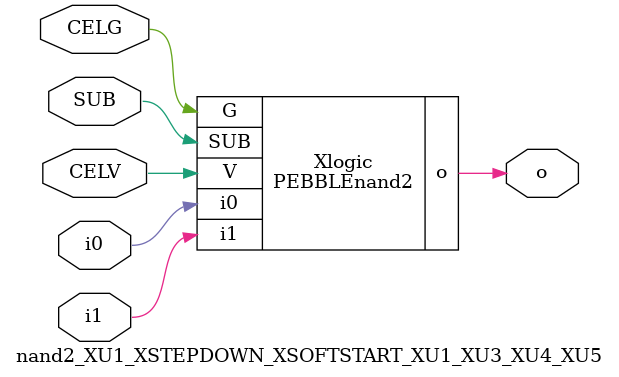
<source format=v>



module PEBBLEnand2 ( o, G, SUB, V, i0, i1 );

  input i0;
  input V;
  input i1;
  input G;
  output o;
  input SUB;
endmodule

//Celera Confidential Do Not Copy nand2_XU1_XSTEPDOWN_XSOFTSTART_XU1_XU3_XU4_XU5
//Celera Confidential Symbol Generator
//5V NAND2
module nand2_XU1_XSTEPDOWN_XSOFTSTART_XU1_XU3_XU4_XU5 (CELV,CELG,i0,i1,o,SUB);
input CELV;
input CELG;
input i0;
input i1;
input SUB;
output o;

//Celera Confidential Do Not Copy nand2
PEBBLEnand2 Xlogic(
.V (CELV),
.i0 (i0),
.i1 (i1),
.o (o),
.SUB (SUB),
.G (CELG)
);
//,diesize,PEBBLEnand2

//Celera Confidential Do Not Copy Module End
//Celera Schematic Generator
endmodule

</source>
